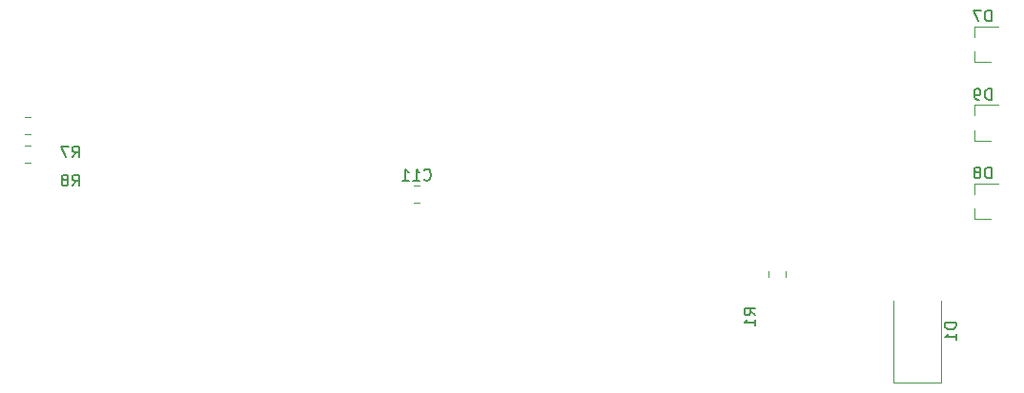
<source format=gbr>
%TF.GenerationSoftware,KiCad,Pcbnew,(5.1.9)-1*%
%TF.CreationDate,2021-03-15T23:27:25+01:00*%
%TF.ProjectId,fendt-teensy-aog-smd,66656e64-742d-4746-9565-6e73792d616f,rev?*%
%TF.SameCoordinates,Original*%
%TF.FileFunction,Legend,Bot*%
%TF.FilePolarity,Positive*%
%FSLAX46Y46*%
G04 Gerber Fmt 4.6, Leading zero omitted, Abs format (unit mm)*
G04 Created by KiCad (PCBNEW (5.1.9)-1) date 2021-03-15 23:27:25*
%MOMM*%
%LPD*%
G01*
G04 APERTURE LIST*
%ADD10C,0.120000*%
%ADD11C,0.150000*%
G04 APERTURE END LIST*
D10*
%TO.C,R1*%
X153951000Y-83592936D02*
X153951000Y-84047064D01*
X155421000Y-83592936D02*
X155421000Y-84047064D01*
%TO.C,R7*%
X87910936Y-71347000D02*
X88365064Y-71347000D01*
X87910936Y-69877000D02*
X88365064Y-69877000D01*
%TO.C,R8*%
X87910936Y-73887000D02*
X88365064Y-73887000D01*
X87910936Y-72417000D02*
X88365064Y-72417000D01*
%TO.C,C11*%
X122943252Y-75973000D02*
X122420748Y-75973000D01*
X122943252Y-77443000D02*
X122420748Y-77443000D01*
%TO.C,D1*%
X169282000Y-93500000D02*
X164982000Y-93500000D01*
X164982000Y-93500000D02*
X164982000Y-86200000D01*
X169282000Y-93500000D02*
X169282000Y-86200000D01*
%TO.C,D7*%
X172214000Y-64953000D02*
X173674000Y-64953000D01*
X172214000Y-61793000D02*
X174374000Y-61793000D01*
X172214000Y-61793000D02*
X172214000Y-62723000D01*
X172214000Y-64953000D02*
X172214000Y-64023000D01*
%TO.C,D8*%
X172214000Y-78923000D02*
X172214000Y-77993000D01*
X172214000Y-75763000D02*
X172214000Y-76693000D01*
X172214000Y-75763000D02*
X174374000Y-75763000D01*
X172214000Y-78923000D02*
X173674000Y-78923000D01*
%TO.C,D9*%
X172214000Y-71938000D02*
X173674000Y-71938000D01*
X172214000Y-68778000D02*
X174374000Y-68778000D01*
X172214000Y-68778000D02*
X172214000Y-69708000D01*
X172214000Y-71938000D02*
X172214000Y-71008000D01*
%TO.C,R1*%
D11*
X152768380Y-87463333D02*
X152292190Y-87130000D01*
X152768380Y-86891904D02*
X151768380Y-86891904D01*
X151768380Y-87272857D01*
X151816000Y-87368095D01*
X151863619Y-87415714D01*
X151958857Y-87463333D01*
X152101714Y-87463333D01*
X152196952Y-87415714D01*
X152244571Y-87368095D01*
X152292190Y-87272857D01*
X152292190Y-86891904D01*
X152768380Y-88415714D02*
X152768380Y-87844285D01*
X152768380Y-88130000D02*
X151768380Y-88130000D01*
X151911238Y-88034761D01*
X152006476Y-87939523D01*
X152054095Y-87844285D01*
%TO.C,R7*%
X92114666Y-73434380D02*
X92448000Y-72958190D01*
X92686095Y-73434380D02*
X92686095Y-72434380D01*
X92305142Y-72434380D01*
X92209904Y-72482000D01*
X92162285Y-72529619D01*
X92114666Y-72624857D01*
X92114666Y-72767714D01*
X92162285Y-72862952D01*
X92209904Y-72910571D01*
X92305142Y-72958190D01*
X92686095Y-72958190D01*
X91781333Y-72434380D02*
X91114666Y-72434380D01*
X91543238Y-73434380D01*
%TO.C,R8*%
X92114666Y-75974380D02*
X92448000Y-75498190D01*
X92686095Y-75974380D02*
X92686095Y-74974380D01*
X92305142Y-74974380D01*
X92209904Y-75022000D01*
X92162285Y-75069619D01*
X92114666Y-75164857D01*
X92114666Y-75307714D01*
X92162285Y-75402952D01*
X92209904Y-75450571D01*
X92305142Y-75498190D01*
X92686095Y-75498190D01*
X91543238Y-75402952D02*
X91638476Y-75355333D01*
X91686095Y-75307714D01*
X91733714Y-75212476D01*
X91733714Y-75164857D01*
X91686095Y-75069619D01*
X91638476Y-75022000D01*
X91543238Y-74974380D01*
X91352761Y-74974380D01*
X91257523Y-75022000D01*
X91209904Y-75069619D01*
X91162285Y-75164857D01*
X91162285Y-75212476D01*
X91209904Y-75307714D01*
X91257523Y-75355333D01*
X91352761Y-75402952D01*
X91543238Y-75402952D01*
X91638476Y-75450571D01*
X91686095Y-75498190D01*
X91733714Y-75593428D01*
X91733714Y-75783904D01*
X91686095Y-75879142D01*
X91638476Y-75926761D01*
X91543238Y-75974380D01*
X91352761Y-75974380D01*
X91257523Y-75926761D01*
X91209904Y-75879142D01*
X91162285Y-75783904D01*
X91162285Y-75593428D01*
X91209904Y-75498190D01*
X91257523Y-75450571D01*
X91352761Y-75402952D01*
%TO.C,C11*%
X123324857Y-75385142D02*
X123372476Y-75432761D01*
X123515333Y-75480380D01*
X123610571Y-75480380D01*
X123753428Y-75432761D01*
X123848666Y-75337523D01*
X123896285Y-75242285D01*
X123943904Y-75051809D01*
X123943904Y-74908952D01*
X123896285Y-74718476D01*
X123848666Y-74623238D01*
X123753428Y-74528000D01*
X123610571Y-74480380D01*
X123515333Y-74480380D01*
X123372476Y-74528000D01*
X123324857Y-74575619D01*
X122372476Y-75480380D02*
X122943904Y-75480380D01*
X122658190Y-75480380D02*
X122658190Y-74480380D01*
X122753428Y-74623238D01*
X122848666Y-74718476D01*
X122943904Y-74766095D01*
X121420095Y-75480380D02*
X121991523Y-75480380D01*
X121705809Y-75480380D02*
X121705809Y-74480380D01*
X121801047Y-74623238D01*
X121896285Y-74718476D01*
X121991523Y-74766095D01*
%TO.C,D1*%
X170584380Y-88161904D02*
X169584380Y-88161904D01*
X169584380Y-88400000D01*
X169632000Y-88542857D01*
X169727238Y-88638095D01*
X169822476Y-88685714D01*
X170012952Y-88733333D01*
X170155809Y-88733333D01*
X170346285Y-88685714D01*
X170441523Y-88638095D01*
X170536761Y-88542857D01*
X170584380Y-88400000D01*
X170584380Y-88161904D01*
X170584380Y-89685714D02*
X170584380Y-89114285D01*
X170584380Y-89400000D02*
X169584380Y-89400000D01*
X169727238Y-89304761D01*
X169822476Y-89209523D01*
X169870095Y-89114285D01*
%TO.C,D7*%
X173712095Y-61325380D02*
X173712095Y-60325380D01*
X173474000Y-60325380D01*
X173331142Y-60373000D01*
X173235904Y-60468238D01*
X173188285Y-60563476D01*
X173140666Y-60753952D01*
X173140666Y-60896809D01*
X173188285Y-61087285D01*
X173235904Y-61182523D01*
X173331142Y-61277761D01*
X173474000Y-61325380D01*
X173712095Y-61325380D01*
X172807333Y-60325380D02*
X172140666Y-60325380D01*
X172569238Y-61325380D01*
%TO.C,D8*%
X173712095Y-75295380D02*
X173712095Y-74295380D01*
X173474000Y-74295380D01*
X173331142Y-74343000D01*
X173235904Y-74438238D01*
X173188285Y-74533476D01*
X173140666Y-74723952D01*
X173140666Y-74866809D01*
X173188285Y-75057285D01*
X173235904Y-75152523D01*
X173331142Y-75247761D01*
X173474000Y-75295380D01*
X173712095Y-75295380D01*
X172569238Y-74723952D02*
X172664476Y-74676333D01*
X172712095Y-74628714D01*
X172759714Y-74533476D01*
X172759714Y-74485857D01*
X172712095Y-74390619D01*
X172664476Y-74343000D01*
X172569238Y-74295380D01*
X172378761Y-74295380D01*
X172283523Y-74343000D01*
X172235904Y-74390619D01*
X172188285Y-74485857D01*
X172188285Y-74533476D01*
X172235904Y-74628714D01*
X172283523Y-74676333D01*
X172378761Y-74723952D01*
X172569238Y-74723952D01*
X172664476Y-74771571D01*
X172712095Y-74819190D01*
X172759714Y-74914428D01*
X172759714Y-75104904D01*
X172712095Y-75200142D01*
X172664476Y-75247761D01*
X172569238Y-75295380D01*
X172378761Y-75295380D01*
X172283523Y-75247761D01*
X172235904Y-75200142D01*
X172188285Y-75104904D01*
X172188285Y-74914428D01*
X172235904Y-74819190D01*
X172283523Y-74771571D01*
X172378761Y-74723952D01*
%TO.C,D9*%
X173712095Y-68310380D02*
X173712095Y-67310380D01*
X173474000Y-67310380D01*
X173331142Y-67358000D01*
X173235904Y-67453238D01*
X173188285Y-67548476D01*
X173140666Y-67738952D01*
X173140666Y-67881809D01*
X173188285Y-68072285D01*
X173235904Y-68167523D01*
X173331142Y-68262761D01*
X173474000Y-68310380D01*
X173712095Y-68310380D01*
X172664476Y-68310380D02*
X172474000Y-68310380D01*
X172378761Y-68262761D01*
X172331142Y-68215142D01*
X172235904Y-68072285D01*
X172188285Y-67881809D01*
X172188285Y-67500857D01*
X172235904Y-67405619D01*
X172283523Y-67358000D01*
X172378761Y-67310380D01*
X172569238Y-67310380D01*
X172664476Y-67358000D01*
X172712095Y-67405619D01*
X172759714Y-67500857D01*
X172759714Y-67738952D01*
X172712095Y-67834190D01*
X172664476Y-67881809D01*
X172569238Y-67929428D01*
X172378761Y-67929428D01*
X172283523Y-67881809D01*
X172235904Y-67834190D01*
X172188285Y-67738952D01*
%TD*%
M02*

</source>
